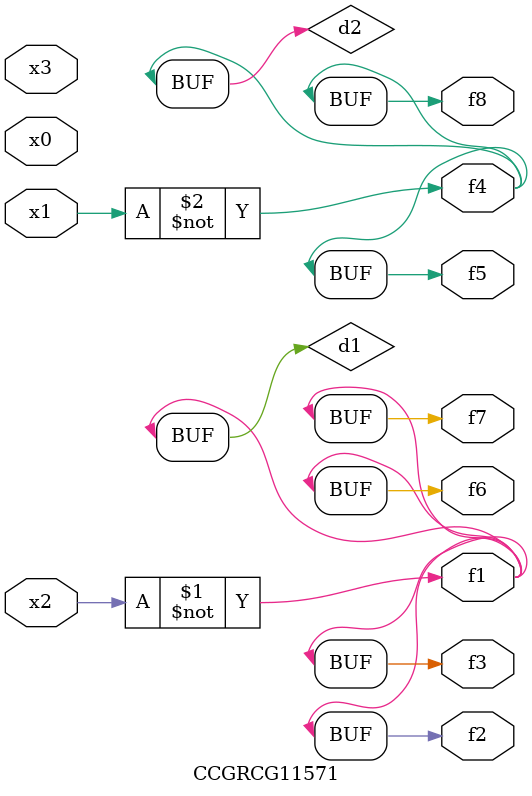
<source format=v>
module CCGRCG11571(
	input x0, x1, x2, x3,
	output f1, f2, f3, f4, f5, f6, f7, f8
);

	wire d1, d2;

	xnor (d1, x2);
	not (d2, x1);
	assign f1 = d1;
	assign f2 = d1;
	assign f3 = d1;
	assign f4 = d2;
	assign f5 = d2;
	assign f6 = d1;
	assign f7 = d1;
	assign f8 = d2;
endmodule

</source>
